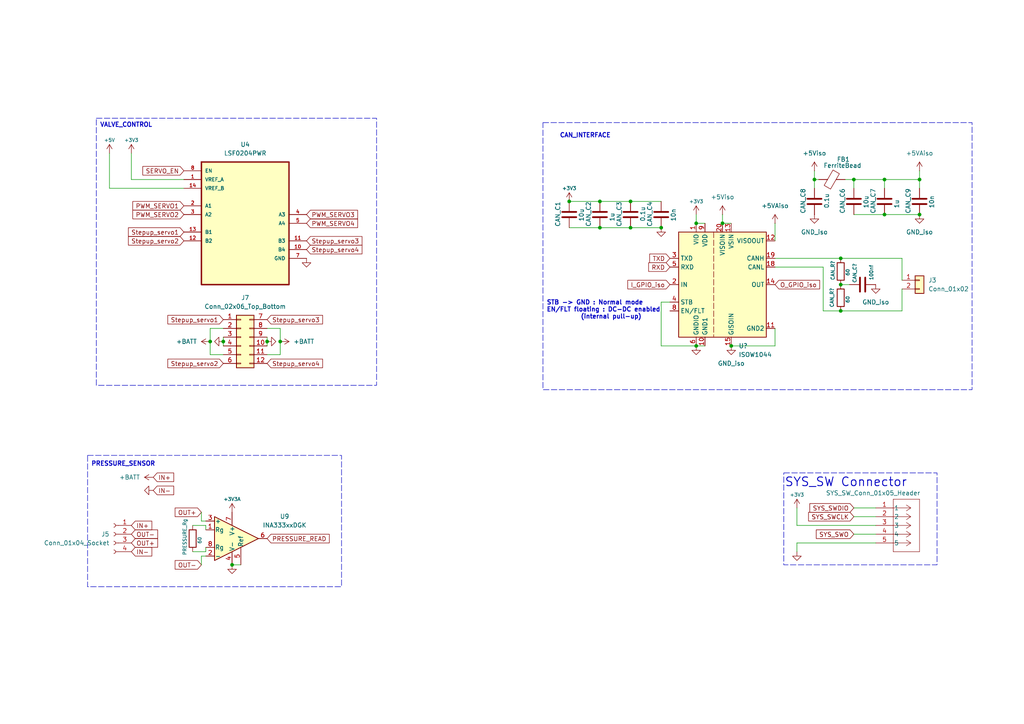
<source format=kicad_sch>
(kicad_sch (version 20250114) (generator "eeschema") (generator_version "9.0")
  (paper "A4")
  (lib_symbols
    (symbol "+5V_1" (power) (pin_numbers (hide yes)) (pin_names (offset 0) (hide yes))
      (property "Value" "+5V" (at 0 3.556 0))
      (symbol "+5V_1_0_1"
        (polyline (pts (xy -0.762 1.27) (xy 0 2.54)))
        (polyline (pts (xy 0 2.54) (xy 0.762 1.27)))
        (polyline (pts (xy 0 0) (xy 0 2.54)))
      )
      (symbol "+5V_1_1_1"
        (pin power_in line (at 0 0 90) (length 0) (name "~") (number "1"))
      )
    )
    (symbol "Amplifier_Instrumentation:INA333xxDGK" (pin_names (offset 0.127))
      (property "Reference" "U" (at 3.81 3.175 0))
      (property "Value" "INA333xxDGK" (at 3.81 -3.175 0))
      (symbol "INA333xxDGK_0_1"
        (polyline (pts (xy 7.62 0) (xy -5.08 6.35) (xy -5.08 -6.35) (xy 7.62 0)) (stroke (width 0.254)) (fill (type background)))
      )
      (symbol "INA333xxDGK_1_1"
        (pin input line (at -7.62 5.08 0) (length 2.54) (name "+") (number "3"))
        (pin passive line (at -7.62 2.54 0) (length 2.54) (name "Rg") (number "1"))
        (pin passive line (at -7.62 -2.54 0) (length 2.54) (name "Rg") (number "8"))
        (pin input line (at -7.62 -5.08 0) (length 2.54) (name "-") (number "2"))
        (pin power_in line (at 0 7.62 270) (length 3.81) (name "V+") (number "7"))
        (pin power_in line (at 0 -7.62 90) (length 3.81) (name "V-") (number "4"))
        (pin input line (at 2.54 -7.62 90) (length 5.08) (name "Ref") (number "5"))
        (pin output line (at 10.16 0 180) (length 2.54) (name "~") (number "6"))
      )
    )
    (symbol "Connector:Conn_01x04_Socket" (pin_names (offset 1.016) (hide yes))
      (property "Reference" "J" (at 0 5.08 0))
      (property "Value" "Conn_01x04_Socket" (at 0 -7.62 0))
      (symbol "Conn_01x04_Socket_1_1"
        (polyline (pts (xy -1.27 2.54) (xy -0.508 2.54)) (stroke (width 0.1524)))
        (polyline (pts (xy -1.27 0) (xy -0.508 0)) (stroke (width 0.1524)))
        (polyline (pts (xy -1.27 -2.54) (xy -0.508 -2.54)) (stroke (width 0.1524)))
        (polyline (pts (xy -1.27 -5.08) (xy -0.508 -5.08)) (stroke (width 0.1524)))
        (arc (start 0 2.032) (mid -0.5058 2.54) (end 0 3.048) (stroke (width 0.1524)))
        (arc (start 0 -0.508) (mid -0.5058 0) (end 0 0.508) (stroke (width 0.1524)))
        (arc (start 0 -3.048) (mid -0.5058 -2.54) (end 0 -2.032) (stroke (width 0.1524)))
        (arc (start 0 -5.588) (mid -0.5058 -5.08) (end 0 -4.572) (stroke (width 0.1524)))
        (pin passive line (at -5.08 2.54 0) (length 3.81) (name "Pin_1") (number "1"))
        (pin passive line (at -5.08 0 0) (length 3.81) (name "Pin_2") (number "2"))
        (pin passive line (at -5.08 -2.54 0) (length 3.81) (name "Pin_3") (number "3"))
        (pin passive line (at -5.08 -5.08 0) (length 3.81) (name "Pin_4") (number "4"))
      )
    )
    (symbol "Connector_Generic:Conn_01x02" (pin_names (offset 1.016) (hide yes))
      (property "Reference" "J" (at 0 2.54 0))
      (property "Value" "Conn_01x02" (at 0 -5.08 0))
      (symbol "Conn_01x02_1_1"
        (rectangle (start -1.27 1.27) (end 1.27 -3.81) (stroke (width 0.254)) (fill (type background)))
        (rectangle (start -1.27 0.127) (end 0 -0.127) (stroke (width 0.1524)))
        (rectangle (start -1.27 -2.413) (end 0 -2.667) (stroke (width 0.1524)))
        (pin passive line (at -5.08 0 0) (length 3.81) (name "Pin_1") (number "1"))
        (pin passive line (at -5.08 -2.54 0) (length 3.81) (name "Pin_2") (number "2"))
      )
    )
    (symbol "Connector_Generic:Conn_02x06_Top_Bottom" (pin_names (offset 1.016) (hide yes))
      (property "Reference" "J" (at 1.27 7.62 0))
      (property "Value" "Conn_02x06_Top_Bottom" (at 1.27 -10.16 0))
      (symbol "Conn_02x06_Top_Bottom_1_1"
        (rectangle (start -1.27 6.35) (end 3.81 -8.89) (stroke (width 0.254)) (fill (type background)))
        (rectangle (start -1.27 5.207) (end 0 4.953) (stroke (width 0.1524)))
        (rectangle (start -1.27 2.667) (end 0 2.413) (stroke (width 0.1524)))
        (rectangle (start -1.27 0.127) (end 0 -0.127) (stroke (width 0.1524)))
        (rectangle (start -1.27 -2.413) (end 0 -2.667) (stroke (width 0.1524)))
        (rectangle (start -1.27 -4.953) (end 0 -5.207) (stroke (width 0.1524)))
        (rectangle (start -1.27 -7.493) (end 0 -7.747) (stroke (width 0.1524)))
        (rectangle (start 3.81 5.207) (end 2.54 4.953) (stroke (width 0.1524)))
        (rectangle (start 3.81 2.667) (end 2.54 2.413) (stroke (width 0.1524)))
        (rectangle (start 3.81 0.127) (end 2.54 -0.127) (stroke (width 0.1524)))
        (rectangle (start 3.81 -2.413) (end 2.54 -2.667) (stroke (width 0.1524)))
        (rectangle (start 3.81 -4.953) (end 2.54 -5.207) (stroke (width 0.1524)))
        (rectangle (start 3.81 -7.493) (end 2.54 -7.747) (stroke (width 0.1524)))
        (pin passive line (at -5.08 5.08 0) (length 3.81) (name "Pin_1") (number "1"))
        (pin passive line (at -5.08 2.54 0) (length 3.81) (name "Pin_2") (number "2"))
        (pin passive line (at -5.08 0 0) (length 3.81) (name "Pin_3") (number "3"))
        (pin passive line (at -5.08 -2.54 0) (length 3.81) (name "Pin_4") (number "4"))
        (pin passive line (at -5.08 -5.08 0) (length 3.81) (name "Pin_5") (number "5"))
        (pin passive line (at -5.08 -7.62 0) (length 3.81) (name "Pin_6") (number "6"))
        (pin passive line (at 7.62 5.08 180) (length 3.81) (name "Pin_7") (number "7"))
        (pin passive line (at 7.62 2.54 180) (length 3.81) (name "Pin_8") (number "8"))
        (pin passive line (at 7.62 0 180) (length 3.81) (name "Pin_9") (number "9"))
        (pin passive line (at 7.62 -2.54 180) (length 3.81) (name "Pin_10") (number "10"))
        (pin passive line (at 7.62 -5.08 180) (length 3.81) (name "Pin_11") (number "11"))
        (pin passive line (at 7.62 -7.62 180) (length 3.81) (name "Pin_12") (number "12"))
      )
    )
    (symbol "Device:C" (pin_numbers (hide yes)) (pin_names (offset 0.254))
      (property "Reference" "C" (at 0.635 2.54 0))
      (property "Value" "C" (at 0.635 -2.54 0))
      (symbol "C_0_1"
        (polyline (pts (xy -2.032 0.762) (xy 2.032 0.762)) (stroke (width 0.508)))
        (polyline (pts (xy -2.032 -0.762) (xy 2.032 -0.762)) (stroke (width 0.508)))
      )
      (symbol "C_1_1"
        (pin passive line (at 0 3.81 270) (length 2.794) (name "~") (number "1"))
        (pin passive line (at 0 -3.81 90) (length 2.794) (name "~") (number "2"))
      )
    )
    (symbol "Device:FerriteBead" (pin_numbers (hide yes)) (pin_names (offset 0))
      (property "Reference" "FB" (at -3.81 0.635 90))
      (property "Value" "FerriteBead" (at 3.81 0 90))
      (symbol "FerriteBead_0_1"
        (polyline (pts (xy -2.7686 0.4064) (xy -1.7018 2.2606) (xy 2.7686 -0.3048) (xy 1.6764 -2.159) (xy -2.7686 0.4064)))
        (polyline (pts (xy 0 1.27) (xy 0 1.2954)))
        (polyline (pts (xy 0 -1.27) (xy 0 -1.2192)))
      )
      (symbol "FerriteBead_1_1"
        (pin passive line (at 0 3.81 270) (length 2.54) (name "~") (number "1"))
        (pin passive line (at 0 -3.81 90) (length 2.54) (name "~") (number "2"))
      )
    )
    (symbol "Device:R" (pin_numbers (hide yes)) (pin_names (offset 0))
      (property "Reference" "R" (at 2.032 0 90))
      (property "Value" "R" (at 0 0 90))
      (symbol "R_0_1"
        (rectangle (start -1.016 -2.54) (end 1.016 2.54) (stroke (width 0.254)))
      )
      (symbol "R_1_1"
        (pin passive line (at 0 3.81 270) (length 1.27) (name "~") (number "1"))
        (pin passive line (at 0 -3.81 90) (length 1.27) (name "~") (number "2"))
      )
    )
    (symbol "Interface_CAN_LIN:ISOW1044"
      (property "Reference" "U" (at -12.7 16.51 0))
      (property "Value" "ISOW1044" (at 13.97 16.51 0))
      (symbol "ISOW1044_0_1"
        (rectangle (start -12.7 15.24) (end 12.7 -15.24) (stroke (width 0.254)) (fill (type background)))
      )
      (symbol "ISOW1044_1_1"
        (polyline (pts (xy -2.54 15.24) (xy -2.54 -15.24)) (stroke (width 0) (type dash)))
        (pin input line (at -15.24 7.62 0) (length 2.54) (name "TXD") (number "3"))
        (pin output line (at -15.24 5.08 0) (length 2.54) (name "RXD") (number "5"))
        (pin input line (at -15.24 0 0) (length 2.54) (name "IN") (number "2"))
        (pin input line (at -15.24 -5.08 0) (length 2.54) (name "STB") (number "4"))
        (pin input line (at -15.24 -7.62 0) (length 2.54) (name "EN/FLT") (number "8"))
        (pin no_connect line (at -12.7 -10.16 0) (length 2.54) (hide yes) (name "NC") (number "7"))
        (pin power_in line (at -7.62 17.78 270) (length 2.54) (name "VIO") (number "1"))
        (pin power_in line (at -7.62 -17.78 90) (length 2.54) (name "GNDIO") (number "6"))
        (pin power_in line (at -5.08 17.78 270) (length 2.54) (name "VDD") (number "9"))
        (pin power_in line (at -5.08 -17.78 90) (length 2.54) (name "GND1") (number "10"))
        (pin power_in line (at 0 17.78 270) (length 2.54) (name "VISOIN") (number "20"))
        (pin power_in line (at 2.54 17.78 270) (length 2.54) (name "VSIN") (number "13"))
        (pin power_in line (at 2.54 -17.78 90) (length 2.54) (name "GISOIN") (number "15"))
        (pin passive line (at 2.54 -17.78 90) (length 2.54) (hide yes) (name "GISOIN") (number "16"))
        (pin passive line (at 2.54 -17.78 90) (length 2.54) (hide yes) (name "GISOIN") (number "17"))
        (pin power_out line (at 15.24 12.7 180) (length 2.54) (name "VISOOUT") (number "12"))
        (pin bidirectional line (at 15.24 7.62 180) (length 2.54) (name "CANH") (number "19"))
        (pin bidirectional line (at 15.24 5.08 180) (length 2.54) (name "CANL") (number "18"))
        (pin output line (at 15.24 0 180) (length 2.54) (name "OUT") (number "14"))
        (pin power_out line (at 15.24 -12.7 180) (length 2.54) (name "GND2") (number "11"))
      )
    )
    (symbol "LSF0204PWR:LSF0204PWR" (pin_names (offset 1.016))
      (property "Reference" "U" (at -12.7 18.78 0))
      (property "Value" "LSF0204PWR" (at -12.7 -21.78 0))
      (symbol "LSF0204PWR_0_0"
        (rectangle (start -12.7 -17.78) (end 12.7 17.78) (stroke (width 0.41)) (fill (type background)))
        (pin input line (at -17.78 15.24 0) (length 5.08) (name "EN") (number "8"))
        (pin input line (at -17.78 12.7 0) (length 5.08) (name "VREF_A") (number "1"))
        (pin input line (at -17.78 10.16 0) (length 5.08) (name "VREF_B") (number "14"))
        (pin bidirectional line (at -17.78 5.08 0) (length 5.08) (name "A1") (number "2"))
        (pin bidirectional line (at -17.78 2.54 0) (length 5.08) (name "A2") (number "3"))
        (pin bidirectional line (at -17.78 -2.54 0) (length 5.08) (name "B1") (number "13"))
        (pin bidirectional line (at -17.78 -5.08 0) (length 5.08) (name "B2") (number "12"))
        (pin bidirectional line (at 17.78 2.54 180) (length 5.08) (name "A3") (number "4"))
        (pin bidirectional line (at 17.78 0 180) (length 5.08) (name "A4") (number "5"))
        (pin bidirectional line (at 17.78 -5.08 180) (length 5.08) (name "B3") (number "11"))
        (pin bidirectional line (at 17.78 -7.62 180) (length 5.08) (name "B4") (number "10"))
        (pin power_in line (at 17.78 -10.16 180) (length 5.08) (name "GND") (number "7"))
      )
    )
    (symbol "ODB2:705430004" (pin_names (offset 0.254))
      (property "Reference" "J" (at 8.89 6.35 0))
      (property "Value" "705430004" (at 16.764 6.096 0))
      (symbol "705430004_1_1"
        (polyline (pts (xy 5.08 2.54) (xy 5.08 -12.7)) (stroke (width 0.127)))
        (polyline (pts (xy 5.08 -12.7) (xy 12.7 -12.7)) (stroke (width 0.127)))
        (polyline (pts (xy 10.16 0) (xy 5.08 0)) (stroke (width 0.127)))
        (polyline (pts (xy 10.16 0) (xy 8.89 0.8467)) (stroke (width 0.127)))
        (polyline (pts (xy 10.16 0) (xy 8.89 -0.8467)) (stroke (width 0.127)))
        (polyline (pts (xy 10.16 -2.54) (xy 5.08 -2.54)) (stroke (width 0.127)))
        (polyline (pts (xy 10.16 -2.54) (xy 8.89 -1.6933)) (stroke (width 0.127)))
        (polyline (pts (xy 10.16 -2.54) (xy 8.89 -3.3867)) (stroke (width 0.127)))
        (polyline (pts (xy 10.16 -5.08) (xy 5.08 -5.08)) (stroke (width 0.127)))
        (polyline (pts (xy 10.16 -5.08) (xy 8.89 -4.2333)) (stroke (width 0.127)))
        (polyline (pts (xy 10.16 -5.08) (xy 8.89 -5.9267)) (stroke (width 0.127)))
        (polyline (pts (xy 10.16 -7.62) (xy 5.08 -7.62)) (stroke (width 0.127)))
        (polyline (pts (xy 10.16 -7.62) (xy 8.89 -6.7733)) (stroke (width 0.127)))
        (polyline (pts (xy 10.16 -7.62) (xy 8.89 -8.4667)) (stroke (width 0.127)))
        (polyline (pts (xy 10.16 -10.16) (xy 5.08 -10.16)) (stroke (width 0.127)))
        (polyline (pts (xy 10.16 -10.16) (xy 8.89 -9.3133)) (stroke (width 0.127)))
        (polyline (pts (xy 10.16 -10.16) (xy 8.89 -11.0067)) (stroke (width 0.127)))
        (polyline (pts (xy 12.7 2.54) (xy 5.08 2.54)) (stroke (width 0.127)))
        (polyline (pts (xy 12.7 -12.7) (xy 12.7 2.54)) (stroke (width 0.127)))
        (pin unspecified line (at 0 0 0) (length 5.08) (name "1") (number "1"))
        (pin unspecified line (at 0 -2.54 0) (length 5.08) (name "2") (number "2"))
        (pin unspecified line (at 0 -5.08 0) (length 5.08) (name "3") (number "3"))
        (pin unspecified line (at 0 -7.62 0) (length 5.08) (name "4") (number "4"))
        (pin unspecified line (at 0 -10.16 0) (length 5.08) (name "5") (number "5"))
      )
      (symbol "705430004_1_2"
        (polyline (pts (xy 5.08 2.54) (xy 5.08 -12.7)) (stroke (width 0.127)))
        (polyline (pts (xy 5.08 -12.7) (xy 12.7 -12.7)) (stroke (width 0.127)))
        (polyline (pts (xy 7.62 0) (xy 5.08 0)) (stroke (width 0.127)))
        (polyline (pts (xy 7.62 0) (xy 8.89 0.8467)) (stroke (width 0.127)))
        (polyline (pts (xy 7.62 0) (xy 8.89 -0.8467)) (stroke (width 0.127)))
        (polyline (pts (xy 7.62 -2.54) (xy 5.08 -2.54)) (stroke (width 0.127)))
        (polyline (pts (xy 7.62 -2.54) (xy 8.89 -1.6933)) (stroke (width 0.127)))
        (polyline (pts (xy 7.62 -2.54) (xy 8.89 -3.3867)) (stroke (width 0.127)))
        (polyline (pts (xy 7.62 -5.08) (xy 5.08 -5.08)) (stroke (width 0.127)))
        (polyline (pts (xy 7.62 -5.08) (xy 8.89 -4.2333)) (stroke (width 0.127)))
        (polyline (pts (xy 7.62 -5.08) (xy 8.89 -5.9267)) (stroke (width 0.127)))
        (polyline (pts (xy 7.62 -7.62) (xy 5.08 -7.62)) (stroke (width 0.127)))
        (polyline (pts (xy 7.62 -7.62) (xy 8.89 -6.7733)) (stroke (width 0.127)))
        (polyline (pts (xy 7.62 -7.62) (xy 8.89 -8.4667)) (stroke (width 0.127)))
        (polyline (pts (xy 7.62 -10.16) (xy 5.08 -10.16)) (stroke (width 0.127)))
        (polyline (pts (xy 7.62 -10.16) (xy 8.89 -9.3133)) (stroke (width 0.127)))
        (polyline (pts (xy 7.62 -10.16) (xy 8.89 -11.0067)) (stroke (width 0.127)))
        (polyline (pts (xy 12.7 2.54) (xy 5.08 2.54)) (stroke (width 0.127)))
        (polyline (pts (xy 12.7 -12.7) (xy 12.7 2.54)) (stroke (width 0.127)))
        (pin unspecified line (at 0 0 0) (length 5.08) (name "1") (number "1"))
        (pin unspecified line (at 0 -2.54 0) (length 5.08) (name "2") (number "2"))
        (pin unspecified line (at 0 -5.08 0) (length 5.08) (name "3") (number "3"))
        (pin unspecified line (at 0 -7.62 0) (length 5.08) (name "4") (number "4"))
        (pin unspecified line (at 0 -10.16 0) (length 5.08) (name "5") (number "5"))
      )
    )
    (symbol "power:+3V3" (power) (pin_names (offset 0))
      (property "Value" "+3V3" (at 0 3.556 0))
      (symbol "+3V3_0_1"
        (polyline (pts (xy -0.762 1.27) (xy 0 2.54)))
        (polyline (pts (xy 0 2.54) (xy 0.762 1.27)))
        (polyline (pts (xy 0 0) (xy 0 2.54)))
      )
      (symbol "+3V3_1_1"
        (pin power_in line (at 0 0 90) (length 0) (hide yes) (name "+3V3") (number "1"))
      )
    )
    (symbol "power:+5V" (power) (pin_names (offset 0))
      (property "Value" "+5V" (at 0 3.556 0))
      (symbol "+5V_0_1"
        (polyline (pts (xy -0.762 1.27) (xy 0 2.54)))
        (polyline (pts (xy 0 2.54) (xy 0.762 1.27)))
        (polyline (pts (xy 0 0) (xy 0 2.54)))
      )
      (symbol "+5V_1_1"
        (pin power_in line (at 0 0 90) (length 0) (hide yes) (name "+5V") (number "1"))
      )
    )
    (symbol "power:+BATT" (power) (pin_numbers (hide yes)) (pin_names (offset 0) (hide yes))
      (property "Value" "+BATT" (at 0 3.556 0))
      (symbol "+BATT_0_1"
        (polyline (pts (xy -0.762 1.27) (xy 0 2.54)))
        (polyline (pts (xy 0 2.54) (xy 0.762 1.27)))
        (polyline (pts (xy 0 0) (xy 0 2.54)))
      )
      (symbol "+BATT_1_1"
        (pin power_in line (at 0 0 90) (length 0) (name "~") (number "1"))
      )
    )
    (symbol "power:GND" (power) (pin_names (offset 0))
      (property "Value" "GND" (at 0 -3.81 0))
      (symbol "GND_0_1"
        (polyline (pts (xy 0 0) (xy 0 -1.27) (xy 1.27 -1.27) (xy 0 -2.54) (xy -1.27 -1.27) (xy 0 -1.27)))
      )
      (symbol "GND_1_1"
        (pin power_in line (at 0 0 270) (length 0) (hide yes) (name "GND") (number "1"))
      )
    )
    (symbol "power:GND1" (power) (pin_numbers (hide yes)) (pin_names (offset 0) (hide yes))
      (property "Value" "GND1" (at 0 -3.81 0))
      (symbol "GND1_0_1"
        (polyline (pts (xy 0 0) (xy 0 -1.27) (xy 1.27 -1.27) (xy 0 -2.54) (xy -1.27 -1.27) (xy 0 -1.27)))
      )
      (symbol "GND1_1_1"
        (pin power_in line (at 0 0 270) (length 0) (name "~") (number "1"))
      )
    )
  )
  (rectangle (start 227.33 137.16) (end 271.78 163.83) (stroke (width 0) (type dash)))
  (rectangle (start 25.4 132.08) (end 99.06 170.18) (stroke (width 0) (type dash)))
  (rectangle (start 27.94 34.29) (end 109.22 111.76) (stroke (width 0) (type dash)))
  (rectangle (start 157.48 35.56) (end 281.94 113.03) (stroke (width 0) (type dash)))
  (text "VALVE_CONTROL\n" (at 28.956 37.084 0) (effects (font (size 1.27 1.27) (thickness 0.254) (bold yes)) (justify left bottom)))
  (text "CAN_INTERFACE" (at 162.306 40.132 0) (effects (font (size 1.27 1.27) (thickness 0.254) (bold yes)) (justify left bottom)))
  (text "SYS_SW Connector" (at 245.364 139.954 0) (effects (font (size 2.54 2.54) (thickness 0.254) (bold yes))))
  (text "STB -> GND : Normal mode\nEN/FLT floating : DC-DC enabled \n		(internal pull-up)" (at 158.496 92.71 0) (effects (font (size 1.27 1.27) (thickness 0.254) (bold yes)) (justify left bottom)))
  (text "PRESSURE_SENSOR" (at 26.416 135.382 0) (effects (font (size 1.27 1.27) (thickness 0.254) (bold yes)) (justify left bottom)))
  (junction (at 201.93 64.77))
  (junction (at 173.99 58.42))
  (junction (at 243.84 82.55))
  (junction (at 77.47 99.06))
  (junction (at 243.84 74.93))
  (junction (at 266.7 52.07))
  (junction (at 243.84 90.17))
  (junction (at 81.28 99.06))
  (junction (at 212.09 100.33))
  (junction (at 209.55 64.77))
  (junction (at 182.88 58.42))
  (junction (at 165.1 58.42))
  (junction (at 201.93 100.33))
  (junction (at 182.88 66.04))
  (junction (at 266.7 62.23))
  (junction (at 256.54 62.23))
  (junction (at 236.22 52.07))
  (junction (at 256.54 52.07))
  (junction (at 191.77 66.04))
  (junction (at 247.65 52.07))
  (junction (at 60.96 99.06))
  (junction (at 67.31 163.83))
  (junction (at 173.99 66.04))
  (junction (at 64.77 99.06))
  (wire (pts (xy 58.42 161.29) (xy 59.69 161.29)))
  (wire (pts (xy 173.99 58.42) (xy 182.88 58.42)))
  (wire (pts (xy 77.47 99.06) (xy 77.47 100.33)))
  (wire (pts (xy 254 152.4) (xy 231.14 152.4)))
  (wire (pts (xy 209.55 64.77) (xy 212.09 64.77)))
  (wire (pts (xy 243.84 82.55) (xy 246.38 82.55)))
  (wire (pts (xy 201.93 62.23) (xy 201.93 64.77)))
  (wire (pts (xy 247.65 149.86) (xy 254 149.86)))
  (wire (pts (xy 231.14 157.48) (xy 231.14 160.02)))
  (wire (pts (xy 64.77 97.79) (xy 64.77 99.06)))
  (wire (pts (xy 224.79 77.47) (xy 238.76 77.47)))
  (wire (pts (xy 247.65 52.07) (xy 256.54 52.07)))
  (wire (pts (xy 266.7 49.53) (xy 266.7 52.07)))
  (wire (pts (xy 60.96 102.87) (xy 64.77 102.87)))
  (wire (pts (xy 81.28 95.25) (xy 81.28 99.06)))
  (wire (pts (xy 58.42 163.83) (xy 58.42 161.29)))
  (wire (pts (xy 236.22 52.07) (xy 237.49 52.07)))
  (wire (pts (xy 58.42 151.13) (xy 59.69 151.13)))
  (wire (pts (xy 238.76 77.47) (xy 238.76 90.17)))
  (wire (pts (xy 247.65 62.23) (xy 256.54 62.23)))
  (wire (pts (xy 224.79 64.77) (xy 224.79 69.85)))
  (wire (pts (xy 243.84 74.93) (xy 261.62 74.93)))
  (wire (pts (xy 209.55 62.23) (xy 209.55 64.77)))
  (wire (pts (xy 53.34 54.61) (xy 31.75 54.61)))
  (wire (pts (xy 256.54 52.07) (xy 266.7 52.07)))
  (wire (pts (xy 81.28 99.06) (xy 81.28 102.87)))
  (wire (pts (xy 67.31 163.83) (xy 69.85 163.83)))
  (wire (pts (xy 38.1 52.07) (xy 53.34 52.07)))
  (wire (pts (xy 247.65 154.94) (xy 254 154.94)))
  (wire (pts (xy 77.47 95.25) (xy 81.28 95.25)))
  (wire (pts (xy 236.22 49.53) (xy 236.22 52.07)))
  (wire (pts (xy 64.77 99.06) (xy 64.77 100.33)))
  (wire (pts (xy 31.75 54.61) (xy 31.75 44.45)))
  (wire (pts (xy 191.77 100.33) (xy 201.93 100.33)))
  (wire (pts (xy 247.65 147.32) (xy 254 147.32)))
  (wire (pts (xy 55.88 152.4) (xy 59.69 152.4)))
  (wire (pts (xy 38.1 44.45) (xy 38.1 52.07)))
  (wire (pts (xy 64.77 95.25) (xy 60.96 95.25)))
  (wire (pts (xy 81.28 102.87) (xy 77.47 102.87)))
  (wire (pts (xy 266.7 52.07) (xy 266.7 54.61)))
  (wire (pts (xy 59.69 160.02) (xy 59.69 158.75)))
  (wire (pts (xy 254 157.48) (xy 231.14 157.48)))
  (wire (pts (xy 224.79 74.93) (xy 243.84 74.93)))
  (wire (pts (xy 201.93 100.33) (xy 204.47 100.33)))
  (wire (pts (xy 182.88 66.04) (xy 191.77 66.04)))
  (wire (pts (xy 261.62 90.17) (xy 261.62 83.82)))
  (wire (pts (xy 191.77 87.63) (xy 191.77 100.33)))
  (wire (pts (xy 224.79 100.33) (xy 212.09 100.33)))
  (wire (pts (xy 55.88 160.02) (xy 59.69 160.02)))
  (wire (pts (xy 247.65 52.07) (xy 247.65 54.61)))
  (wire (pts (xy 194.31 87.63) (xy 191.77 87.63)))
  (wire (pts (xy 59.69 152.4) (xy 59.69 153.67)))
  (wire (pts (xy 77.47 97.79) (xy 77.47 99.06)))
  (wire (pts (xy 231.14 152.4) (xy 231.14 147.32)))
  (wire (pts (xy 238.76 90.17) (xy 243.84 90.17)))
  (wire (pts (xy 165.1 58.42) (xy 173.99 58.42)))
  (wire (pts (xy 201.93 64.77) (xy 204.47 64.77)))
  (wire (pts (xy 256.54 62.23) (xy 266.7 62.23)))
  (wire (pts (xy 224.79 95.25) (xy 224.79 100.33)))
  (wire (pts (xy 58.42 148.59) (xy 58.42 151.13)))
  (wire (pts (xy 60.96 99.06) (xy 60.96 102.87)))
  (wire (pts (xy 182.88 58.42) (xy 191.77 58.42)))
  (wire (pts (xy 236.22 52.07) (xy 236.22 54.61)))
  (wire (pts (xy 261.62 81.28) (xy 261.62 74.93)))
  (wire (pts (xy 256.54 52.07) (xy 256.54 54.61)))
  (wire (pts (xy 173.99 66.04) (xy 182.88 66.04)))
  (wire (pts (xy 60.96 95.25) (xy 60.96 99.06)))
  (wire (pts (xy 245.11 52.07) (xy 247.65 52.07)))
  (wire (pts (xy 165.1 66.04) (xy 173.99 66.04)))
  (wire (pts (xy 243.84 90.17) (xy 261.62 90.17)))
  (global_label "Stepup_servo3" (shape input) (at 88.9 69.85 0) (property "Intersheetrefs" "${INTERSHEET_REFS}" (effects (hide yes))))
  (global_label "TXD" (shape input) (at 194.31 74.93 180) (property "Intersheetrefs" "${INTERSHEET_REFS}" (effects (hide yes))))
  (global_label "PRESSURE_READ" (shape input) (at 77.47 156.21 0) (property "Intersheetrefs" "${INTERSHEET_REFS}" (effects (hide yes))))
  (global_label "Stepup_servo2" (shape input) (at 64.77 105.41 180) (property "Intersheetrefs" "${INTERSHEET_REFS}" (effects (hide yes))))
  (global_label "OUT-" (shape input) (at 58.42 163.83 180) (property "Intersheetrefs" "${INTERSHEET_REFS}" (effects (hide yes))))
  (global_label "SYS_SWO" (shape input) (at 247.65 154.94 180) (effects (font (thickness 0.1588))) (property "Intersheetrefs" "${INTERSHEET_REFS}" (effects (hide yes))))
  (global_label "Stepup_servo1" (shape input) (at 64.77 92.71 180) (property "Intersheetrefs" "${INTERSHEET_REFS}" (effects (hide yes))))
  (global_label "PWM_SERVO4" (shape input) (at 88.9 64.77 0) (property "Intersheetrefs" "${INTERSHEET_REFS}" (effects (hide yes))))
  (global_label "PWM_SERVO1" (shape input) (at 53.34 59.69 180) (property "Intersheetrefs" "${INTERSHEET_REFS}" (effects (hide yes))))
  (global_label "PWM_SERVO3" (shape input) (at 88.9 62.23 0) (property "Intersheetrefs" "${INTERSHEET_REFS}" (effects (hide yes))))
  (global_label "IN-" (shape input) (at 38.1 160.02 0) (property "Intersheetrefs" "${INTERSHEET_REFS}" (effects (hide yes))))
  (global_label "PWM_SERVO2" (shape input) (at 53.34 62.23 180) (property "Intersheetrefs" "${INTERSHEET_REFS}" (effects (hide yes))))
  (global_label "IN+" (shape input) (at 44.45 138.43 0) (property "Intersheetrefs" "${INTERSHEET_REFS}" (effects (hide yes))))
  (global_label "I_GPIO_iso" (shape input) (at 194.31 82.55 180) (property "Intersheetrefs" "${INTERSHEET_REFS}" (effects (hide yes))))
  (global_label "OUT+" (shape input) (at 38.1 157.48 0) (property "Intersheetrefs" "${INTERSHEET_REFS}" (effects (hide yes))))
  (global_label "Stepup_servo1" (shape input) (at 53.34 67.31 180) (property "Intersheetrefs" "${INTERSHEET_REFS}" (effects (hide yes))))
  (global_label "IN-" (shape input) (at 44.45 142.24 0) (property "Intersheetrefs" "${INTERSHEET_REFS}" (effects (hide yes))))
  (global_label "O_GPIO_iso" (shape input) (at 224.79 82.55 0) (property "Intersheetrefs" "${INTERSHEET_REFS}" (effects (hide yes))))
  (global_label "OUT+" (shape input) (at 58.42 148.59 180) (property "Intersheetrefs" "${INTERSHEET_REFS}" (effects (hide yes))))
  (global_label "OUT-" (shape input) (at 38.1 154.94 0) (property "Intersheetrefs" "${INTERSHEET_REFS}" (effects (hide yes))))
  (global_label "Stepup_servo2" (shape input) (at 53.34 69.85 180) (property "Intersheetrefs" "${INTERSHEET_REFS}" (effects (hide yes))))
  (global_label "IN+" (shape input) (at 38.1 152.4 0) (property "Intersheetrefs" "${INTERSHEET_REFS}" (effects (hide yes))))
  (global_label "Stepup_servo3" (shape input) (at 77.47 92.71 0) (property "Intersheetrefs" "${INTERSHEET_REFS}" (effects (hide yes))))
  (global_label "Stepup_servo4" (shape input) (at 88.9 72.39 0) (property "Intersheetrefs" "${INTERSHEET_REFS}" (effects (hide yes))))
  (global_label "SERVO_EN" (shape input) (at 53.34 49.53 180) (property "Intersheetrefs" "${INTERSHEET_REFS}" (effects (hide yes))))
  (global_label "Stepup_servo4" (shape input) (at 77.47 105.41 0) (property "Intersheetrefs" "${INTERSHEET_REFS}" (effects (hide yes))))
  (global_label "SYS_SWDIO" (shape input) (at 247.65 147.32 180) (effects (font (thickness 0.1588))) (property "Intersheetrefs" "${INTERSHEET_REFS}" (effects (hide yes))))
  (global_label "SYS_SWCLK" (shape input) (at 247.65 149.86 180) (effects (font (thickness 0.1588))) (property "Intersheetrefs" "${INTERSHEET_REFS}" (effects (hide yes))))
  (global_label "RXD" (shape input) (at 194.31 77.47 180) (property "Intersheetrefs" "${INTERSHEET_REFS}" (effects (hide yes))))
  (symbol (lib_id "Amplifier_Instrumentation:INA333xxDGK") (at 67.31 156.21 0) (unit 1)
    (property "Reference" "U9" (at 82.55 149.7898 0))
    (property "Value" "INA333xxDGK" (at 82.55 152.3298 0))
    (property "Footprint" "Package_SO:VSSOP-8_3x3mm_P0.65mm" (effects (hide yes)))
    (property "Datasheet" "https://www.ti.com/lit/ds/symlink/ina333.pdf" (effects (hide yes)))
    (property "Description" "Zero Drift, Micropower Instrumentation Amplifier G = 1 + 100kOhm/Rg, VSSOP-8" (effects (hide yes)))
  )
  (symbol (lib_id "Device:R") (at 243.84 86.36 180) (unit 1)
    (property "Reference" "CAN_R?" (at 241.3 89.154 90) (effects (font (size 1 1)) (justify right)))
    (property "Value" "60" (at 245.872 87.884 90) (effects (font (size 1 1)) (justify right)))
    (property "Footprint" "Resistor_SMD:R_0805_2012Metric" (effects (hide yes)))
  )
  (symbol (lib_id "Device:C") (at 266.7 58.42 0) (unit 1)
    (property "Reference" "CAN_C9" (at 263.398 61.976 90) (effects (justify left)))
    (property "Value" "10n" (at 270.256 60.452 90) (effects (justify left)))
    (property "Description" "Unpolarized capacitor" (effects (hide yes)))
  )
  (symbol (lib_id "Device:R") (at 55.88 156.21 180) (unit 1)
    (property "Reference" "PRESSURE_Rg" (at 53.594 161.036 90) (effects (font (size 1 1)) (justify right)))
    (property "Value" "60" (at 57.912 157.734 90) (effects (font (size 1 1)) (justify right)))
    (property "Footprint" "Resistor_SMD:R_0805_2012Metric" (effects (hide yes)))
  )
  (symbol (lib_name "+5V_1") (lib_id "power:+5V") (at 266.7 49.53 0) (unit 1)
    (property "Reference" "#PWR019" (effects (hide yes)))
    (property "Value" "+5VAiso" (at 266.7 44.45 0))
    (property "Description" "Power symbol creates a global label with name \"+5V\"" (effects (hide yes)))
  )
  (symbol (lib_name "+5V_1") (lib_id "power:+5V") (at 224.79 64.77 0) (unit 1)
    (property "Reference" "#PWR020" (effects (hide yes)))
    (property "Value" "+5VAiso" (at 224.79 59.69 0))
    (property "Description" "Power symbol creates a global label with name \"+5V\"" (effects (hide yes)))
  )
  (symbol (lib_id "LSF0204PWR:LSF0204PWR") (at 71.12 64.77 0) (unit 1)
    (property "Reference" "U4" (at 71.12 41.91 0))
    (property "Value" "LSF0204PWR" (at 71.12 44.45 0))
    (property "Footprint" "LSF0204PWR:SOP65P640X120-14N" (effects (hide yes)))
  )
  (symbol (lib_id "power:+3V3") (at 201.93 62.23 0) (unit 1)
    (property "Reference" "#PWR?" (effects (hide yes)))
    (property "Value" "+3V3" (at 201.93 58.42 0) (effects (font (size 1 1))))
  )
  (symbol (lib_id "Device:C") (at 191.77 62.23 0) (unit 1)
    (property "Reference" "CAN_C4" (at 188.468 65.786 90) (effects (justify left)))
    (property "Value" "10n" (at 195.326 64.262 90) (effects (justify left)))
    (property "Description" "Unpolarized capacitor" (effects (hide yes)))
  )
  (symbol (lib_id "power:GND") (at 201.93 100.33 0) (unit 1)
    (property "Reference" "#PWR?" (effects (hide yes)))
    (property "Value" "GND" (effects (hide yes)))
  )
  (symbol (lib_id "power:GND1") (at 254 82.55 0) (unit 1)
    (property "Reference" "#PWR?" (effects (hide yes)))
    (property "Value" "GND_iso" (at 254 87.63 0))
    (property "Description" "Power symbol creates a global label with name \"GND1\" , ground" (effects (hide yes)))
  )
  (symbol (lib_id "power:+3V3") (at 231.14 147.32 0) (unit 1)
    (property "Reference" "#PWR046" (effects (hide yes)))
    (property "Value" "+3V3" (at 231.14 143.51 0) (effects (font (size 1 1))))
  )
  (symbol (lib_id "Device:FerriteBead") (at 241.3 52.07 90) (unit 1)
    (property "Reference" "FB1" (at 244.602 46.228 90))
    (property "Value" "FerriteBead" (at 244.348 48.006 90))
    (property "Description" "Ferrite bead" (effects (hide yes)))
  )
  (symbol (lib_id "power:+3V3") (at 165.1 58.42 0) (unit 1)
    (property "Reference" "#PWR016" (effects (hide yes)))
    (property "Value" "+3V3" (at 165.1 54.61 0) (effects (font (size 1 1))))
  )
  (symbol (lib_id "power:+BATT") (at 60.96 99.06 90) (unit 1)
    (property "Reference" "#PWR025" (effects (hide yes)))
    (property "Value" "+BATT" (at 57.15 99.0599 90) (effects (justify left)))
    (property "Description" "Power symbol creates a global label with name \"+BATT\"" (effects (hide yes)))
  )
  (symbol (lib_id "power:+BATT") (at 44.45 138.43 90) (unit 1)
    (property "Reference" "#PWR050" (effects (hide yes)))
    (property "Value" "+BATT" (at 40.64 138.4299 90) (effects (justify left)))
    (property "Description" "Power symbol creates a global label with name \"+BATT\"" (effects (hide yes)))
  )
  (symbol (lib_id "Device:R") (at 243.84 78.74 180) (unit 1)
    (property "Reference" "CAN_R?" (at 241.554 81.28 90) (effects (font (size 1 1)) (justify right)))
    (property "Value" "60" (at 245.872 80.01 90) (effects (font (size 1 1)) (justify right)))
    (property "Footprint" "Resistor_SMD:R_0805_2012Metric" (effects (hide yes)))
  )
  (symbol (lib_id "ODB2:705430004") (at 254 147.32 0) (unit 1)
    (property "Reference" "J4" (effects (hide yes)))
    (property "Value" "SYS_SW_Conn_01x05_Header" (at 239.522 143.002 0) (effects (justify left)))
    (property "Footprint" "Connector_PinHeader_2.54mm:PinHeader_1x05_P2.54mm_Vertical" (effects (hide yes)))
    (property "Datasheet" "705430004" (effects (hide yes)))
  )
  (symbol (lib_id "power:GND") (at 44.45 142.24 270) (unit 1)
    (property "Reference" "#PWR068" (effects (hide yes)))
    (property "Value" "GND" (effects (hide yes)))
  )
  (symbol (lib_id "power:+3V3") (at 67.31 148.59 0) (unit 1)
    (property "Reference" "#PWR069" (effects (hide yes)))
    (property "Value" "+3V3A" (at 67.31 144.78 0) (effects (font (size 1 1))))
  )
  (symbol (lib_id "power:GND1") (at 236.22 62.23 0) (unit 1)
    (property "Reference" "#PWR015" (effects (hide yes)))
    (property "Value" "GND_iso" (at 236.22 67.31 0))
    (property "Description" "Power symbol creates a global label with name \"GND1\" , ground" (effects (hide yes)))
  )
  (symbol (lib_id "power:+5V") (at 31.75 44.45 0) (unit 1)
    (property "Reference" "#PWR?" (effects (hide yes)))
    (property "Value" "+5V" (at 31.75 40.64 0) (effects (font (size 1 1))))
  )
  (symbol (lib_id "power:+3V3") (at 38.1 44.45 0) (unit 1)
    (property "Reference" "#PWR?" (effects (hide yes)))
    (property "Value" "+3V3" (at 38.1 40.64 0) (effects (font (size 1 1))))
  )
  (symbol (lib_id "Connector:Conn_01x04_Socket") (at 33.02 154.94 0) (mirror y) (unit 1)
    (property "Reference" "J5" (at 31.75 154.9399 0) (effects (justify left)))
    (property "Value" "Conn_01x04_Socket" (at 31.75 157.4799 0) (effects (justify left)))
    (property "Description" "Generic connector, single row, 01x04, script generated" (effects (hide yes)))
  )
  (symbol (lib_id "power:+BATT") (at 81.28 99.06 270) (unit 1)
    (property "Reference" "#PWR021" (effects (hide yes)))
    (property "Value" "+BATT" (at 85.09 99.0599 90) (effects (justify left)))
    (property "Description" "Power symbol creates a global label with name \"+BATT\"" (effects (hide yes)))
  )
  (symbol (lib_id "Connector_Generic:Conn_01x02") (at 266.7 81.28 0) (unit 1)
    (property "Reference" "J3" (at 269.24 81.2799 0) (effects (justify left)))
    (property "Value" "Conn_01x02" (at 269.24 83.8199 0) (effects (justify left)))
    (property "Description" "Generic connector, single row, 01x02, script generated (kicad-library-utils/schlib/autogen/connector/)" (effects (hide yes)))
  )
  (symbol (lib_id "Interface_CAN_LIN:ISOW1044") (at 209.55 82.55 0) (unit 1)
    (property "Reference" "U?" (at 214.2333 100.33 0) (effects (justify left)))
    (property "Value" "ISOW1044" (at 214.2333 102.87 0) (effects (justify left)))
    (property "Footprint" "Package_SO:SOIC-20W_7.5x12.8mm_P1.27mm" (effects (hide yes)))
    (property "Datasheet" "https://www.ti.com/lit/ds/symlink/isow1044.pdf" (effects (hide yes)))
    (property "Description" "Isolated CAN FD Transceiver, Integrated DC-DC Converter, 5Mbps, Reinforced Isolation,  SOIC-20W" (effects (hide yes)))
  )
  (symbol (lib_id "Device:C") (at 250.19 82.55 90) (unit 1)
    (property "Reference" "CAN_C?" (at 247.904 82.042 0) (effects (font (size 1 1)) (justify left)))
    (property "Value" "100nf" (at 252.73 81.28 0) (effects (font (size 1 1)) (justify left)))
    (property "Footprint" "Capacitor_SMD:C_0805_2012Metric" (effects (hide yes)))
  )
  (symbol (lib_name "+5V_1") (lib_id "power:+5V") (at 236.22 49.53 0) (unit 1)
    (property "Reference" "#PWR017" (effects (hide yes)))
    (property "Value" "+5Viso" (at 236.22 44.45 0))
    (property "Description" "Power symbol creates a global label with name \"+5V\"" (effects (hide yes)))
  )
  (symbol (lib_id "power:GND") (at 64.77 99.06 270) (unit 1)
    (property "Reference" "#PWR05" (effects (hide yes)))
    (property "Value" "GND" (effects (hide yes)))
  )
  (symbol (lib_id "Device:C") (at 247.65 58.42 0) (unit 1)
    (property "Reference" "CAN_C6" (at 244.348 61.976 90) (effects (justify left)))
    (property "Value" "10u" (at 251.206 60.452 90) (effects (justify left)))
    (property "Description" "Unpolarized capacitor" (effects (hide yes)))
  )
  (symbol (lib_id "power:GND") (at 88.9 74.93 0) (unit 1)
    (property "Reference" "#PWR?" (effects (hide yes)))
    (property "Value" "GND" (effects (hide yes)))
  )
  (symbol (lib_id "power:GND") (at 231.14 160.02 0) (unit 1)
    (property "Reference" "#PWR027" (effects (hide yes)))
    (property "Value" "GND" (effects (hide yes)))
  )
  (symbol (lib_id "Device:C") (at 256.54 58.42 0) (unit 1)
    (property "Reference" "CAN_C7" (at 253.238 61.976 90) (effects (justify left)))
    (property "Value" "1u" (at 260.096 60.452 90) (effects (justify left)))
    (property "Description" "Unpolarized capacitor" (effects (hide yes)))
  )
  (symbol (lib_id "Device:C") (at 236.22 58.42 0) (unit 1)
    (property "Reference" "CAN_C8" (at 232.918 61.976 90) (effects (justify left)))
    (property "Value" "0.1u" (at 239.776 60.452 90) (effects (justify left)))
    (property "Description" "Unpolarized capacitor" (effects (hide yes)))
  )
  (symbol (lib_id "Device:C") (at 165.1 62.23 0) (unit 1)
    (property "Reference" "CAN_C1" (at 161.798 65.786 90) (effects (justify left)))
    (property "Value" "10u" (at 168.656 64.262 90) (effects (justify left)))
    (property "Description" "Unpolarized capacitor" (effects (hide yes)))
  )
  (symbol (lib_id "power:GND") (at 191.77 66.04 0) (unit 1)
    (property "Reference" "#PWR01" (effects (hide yes)))
    (property "Value" "GND" (effects (hide yes)))
  )
  (symbol (lib_id "power:GND1") (at 212.09 100.33 0) (unit 1)
    (property "Reference" "#PWR?" (effects (hide yes)))
    (property "Value" "GND_iso" (at 212.09 105.41 0))
    (property "Description" "Power symbol creates a global label with name \"GND1\" , ground" (effects (hide yes)))
  )
  (symbol (lib_id "Device:C") (at 173.99 62.23 0) (unit 1)
    (property "Reference" "CAN_C2" (at 170.688 65.786 90) (effects (justify left)))
    (property "Value" "1u" (at 177.546 64.262 90) (effects (justify left)))
    (property "Description" "Unpolarized capacitor" (effects (hide yes)))
  )
  (symbol (lib_id "Connector_Generic:Conn_02x06_Top_Bottom") (at 69.85 97.79 0) (unit 1)
    (property "Reference" "J7" (at 71.12 86.36 0))
    (property "Value" "Conn_02x06_Top_Bottom" (at 71.12 88.9 0))
    (property "Description" "Generic connector, double row, 02x06, top/bottom pin numbering scheme (row 1: 1...pins_per_row, row2: pins_per_row+1 ... num_pins), script generated (kicad-library-utils/schlib/autogen/connector/)" (effects (hide yes)))
  )
  (symbol (lib_id "power:GND") (at 67.31 163.83 0) (unit 1)
    (property "Reference" "#PWR070" (effects (hide yes)))
    (property "Value" "GND" (effects (hide yes)))
  )
  (symbol (lib_id "Device:C") (at 182.88 62.23 0) (unit 1)
    (property "Reference" "CAN_C3" (at 179.578 65.786 90) (effects (justify left)))
    (property "Value" "0.1u" (at 186.436 64.262 90) (effects (justify left)))
    (property "Description" "Unpolarized capacitor" (effects (hide yes)))
  )
  (symbol (lib_name "+5V_1") (lib_id "power:+5V") (at 209.55 62.23 0) (unit 1)
    (property "Reference" "#PWR018" (effects (hide yes)))
    (property "Value" "+5Viso" (at 209.55 57.15 0))
    (property "Description" "Power symbol creates a global label with name \"+5V\"" (effects (hide yes)))
  )
  (symbol (lib_id "power:GND1") (at 266.7 62.23 0) (unit 1)
    (property "Reference" "#PWR026" (effects (hide yes)))
    (property "Value" "GND_iso" (at 266.7 67.31 0))
    (property "Description" "Power symbol creates a global label with name \"GND1\" , ground" (effects (hide yes)))
  )
  (symbol (lib_id "power:GND") (at 77.47 99.06 90) (unit 1)
    (property "Reference" "#PWR04" (effects (hide yes)))
    (property "Value" "GND" (effects (hide yes)))
  )
)
</source>
